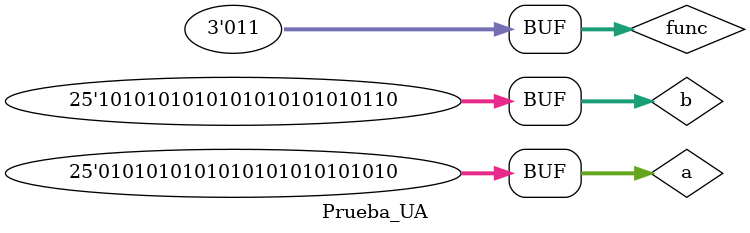
<source format=v>
`timescale 1ns / 1ps


module Prueba_UA;

	// Inputs
	reg [24:0] a;
	reg [24:0] b;
	reg [2:0] func;

	// Outputs
	wire [24:0] y;
	wire [49:0] y1;
	wire overflow;

	// Instantiate the Unit Under Test (UUT)
	unidad_aritmetica uut (
		.a(a), 
		.b(b), 
		.func(func), 
		.y(y), 
		.y1(y1), 
		.overflow(overflow)
	);
	
	initial begin
		// Initialize Inputs
		a = 25'sb0_1010_1010_1010_1010_1010_1010;
		b = 25'sb1_0101_0101_0101_0101_0101_0110;
		//func = 3'h0;

		// Wait 100 ns for global reset to finish
		#100;
    end    
		// Add stimulus here
	initial begin
		#1000 func=3'h1;
		#2000 func=3'h2;
		#4000 func=3'h3;

	end
      
endmodule

</source>
